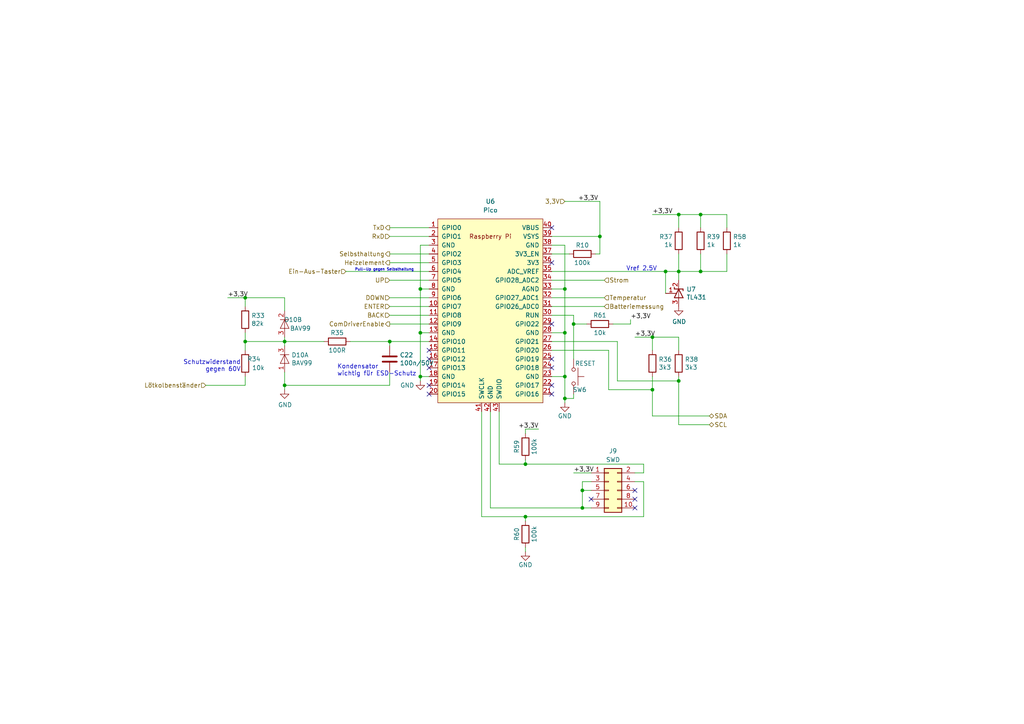
<source format=kicad_sch>
(kicad_sch (version 20211123) (generator eeschema)
  (paper "A4")
  (title_block (title "HTL Lötregler Mini") (date "2023-02-15") (rev "22.0.0-dev") (company "HTL Steyr") (comment 1 "Prof. Karl Zeilhofer et al."))
  (lib_symbols
    (symbol "Connector_Generic:Conn_02x05_Odd_Even" (pin_names (offset 1.016) hide)
      (property "Reference" "J" (at 1.27 7.62 0))
      (property "Value" "Conn_02x05_Odd_Even" (at 1.27 -7.62 0))
      (symbol "Conn_02x05_Odd_Even_1_1"
        (rectangle (start -1.27 -4.953) (end 0 -5.207) (stroke (width 0.1524)))
        (rectangle (start -1.27 -2.413) (end 0 -2.667) (stroke (width 0.1524)))
        (rectangle (start -1.27 0.127) (end 0 -0.127) (stroke (width 0.1524)))
        (rectangle (start -1.27 2.667) (end 0 2.413) (stroke (width 0.1524)))
        (rectangle (start -1.27 5.207) (end 0 4.953) (stroke (width 0.1524)))
        (rectangle (start -1.27 6.35) (end 3.81 -6.35) (stroke (width 0.254)) (fill (type background)))
        (rectangle (start 3.81 -4.953) (end 2.54 -5.207) (stroke (width 0.1524)))
        (rectangle (start 3.81 -2.413) (end 2.54 -2.667) (stroke (width 0.1524)))
        (rectangle (start 3.81 0.127) (end 2.54 -0.127) (stroke (width 0.1524)))
        (rectangle (start 3.81 2.667) (end 2.54 2.413) (stroke (width 0.1524)))
        (rectangle (start 3.81 5.207) (end 2.54 4.953) (stroke (width 0.1524)))
        (pin passive line (at -5.08 5.08 0) (length 3.81) (name "Pin_1") (number "1"))
        (pin passive line (at 7.62 -5.08 180) (length 3.81) (name "Pin_10") (number "10"))
        (pin passive line (at 7.62 5.08 180) (length 3.81) (name "Pin_2") (number "2"))
        (pin passive line (at -5.08 2.54 0) (length 3.81) (name "Pin_3") (number "3"))
        (pin passive line (at 7.62 2.54 180) (length 3.81) (name "Pin_4") (number "4"))
        (pin passive line (at -5.08 0 0) (length 3.81) (name "Pin_5") (number "5"))
        (pin passive line (at 7.62 0 180) (length 3.81) (name "Pin_6") (number "6"))
        (pin passive line (at -5.08 -2.54 0) (length 3.81) (name "Pin_7") (number "7"))
        (pin passive line (at 7.62 -2.54 180) (length 3.81) (name "Pin_8") (number "8"))
        (pin passive line (at -5.08 -5.08 0) (length 3.81) (name "Pin_9") (number "9"))
      )
    )
    (symbol "Device:C" (pin_numbers hide) (pin_names (offset 0.254))
      (property "Reference" "C" (at 0.635 2.54 0))
      (property "Value" "C" (at 0.635 -2.54 0))
      (symbol "C_0_1"
        (polyline (pts (xy -2.032 -0.762) (xy 2.032 -0.762)) (stroke (width 0.508)))
        (polyline (pts (xy -2.032 0.762) (xy 2.032 0.762)) (stroke (width 0.508)))
      )
      (symbol "C_1_1"
        (pin passive line (at 0 3.81 270) (length 2.794) (name "~") (number "1"))
        (pin passive line (at 0 -3.81 90) (length 2.794) (name "~") (number "2"))
      )
    )
    (symbol "Device:R" (pin_numbers hide) (pin_names (offset 0))
      (property "Reference" "R" (at 2.032 0 90))
      (property "Value" "R" (at 0 0 90))
      (symbol "R_0_1"
        (rectangle (start -1.016 -2.54) (end 1.016 2.54) (stroke (width 0.254)))
      )
      (symbol "R_1_1"
        (pin passive line (at 0 3.81 270) (length 1.27) (name "~") (number "1"))
        (pin passive line (at 0 -3.81 90) (length 1.27) (name "~") (number "2"))
      )
    )
    (symbol "RPi_Pico:Pico" (pin_names (offset 1.016))
      (property "Reference" "U" (at -13.97 27.94 0))
      (property "Value" "Pico" (at 0 19.05 0))
      (symbol "Pico_0_0"
        (text "Raspberry Pi" (at 0 21.59 0) (effects (font (size 1.27 1.27))))
      )
      (symbol "Pico_0_1"
        (rectangle (start -15.24 26.67) (end 15.24 -26.67) (fill (type background)))
      )
      (symbol "Pico_1_1"
        (pin bidirectional line (at -17.78 24.13 0) (length 2.54) (name "GPIO0") (number "1"))
        (pin bidirectional line (at -17.78 1.27 0) (length 2.54) (name "GPIO7") (number "10"))
        (pin bidirectional line (at -17.78 -1.27 0) (length 2.54) (name "GPIO8") (number "11"))
        (pin bidirectional line (at -17.78 -3.81 0) (length 2.54) (name "GPIO9") (number "12"))
        (pin power_in line (at -17.78 -6.35 0) (length 2.54) (name "GND") (number "13"))
        (pin bidirectional line (at -17.78 -8.89 0) (length 2.54) (name "GPIO10") (number "14"))
        (pin bidirectional line (at -17.78 -11.43 0) (length 2.54) (name "GPIO11") (number "15"))
        (pin bidirectional line (at -17.78 -13.97 0) (length 2.54) (name "GPIO12") (number "16"))
        (pin bidirectional line (at -17.78 -16.51 0) (length 2.54) (name "GPIO13") (number "17"))
        (pin power_in line (at -17.78 -19.05 0) (length 2.54) (name "GND") (number "18"))
        (pin bidirectional line (at -17.78 -21.59 0) (length 2.54) (name "GPIO14") (number "19"))
        (pin bidirectional line (at -17.78 21.59 0) (length 2.54) (name "GPIO1") (number "2"))
        (pin bidirectional line (at -17.78 -24.13 0) (length 2.54) (name "GPIO15") (number "20"))
        (pin bidirectional line (at 17.78 -24.13 180) (length 2.54) (name "GPIO16") (number "21"))
        (pin bidirectional line (at 17.78 -21.59 180) (length 2.54) (name "GPIO17") (number "22"))
        (pin power_in line (at 17.78 -19.05 180) (length 2.54) (name "GND") (number "23"))
        (pin bidirectional line (at 17.78 -16.51 180) (length 2.54) (name "GPIO18") (number "24"))
        (pin bidirectional line (at 17.78 -13.97 180) (length 2.54) (name "GPIO19") (number "25"))
        (pin bidirectional line (at 17.78 -11.43 180) (length 2.54) (name "GPIO20") (number "26"))
        (pin bidirectional line (at 17.78 -8.89 180) (length 2.54) (name "GPIO21") (number "27"))
        (pin power_in line (at 17.78 -6.35 180) (length 2.54) (name "GND") (number "28"))
        (pin bidirectional line (at 17.78 -3.81 180) (length 2.54) (name "GPIO22") (number "29"))
        (pin power_in line (at -17.78 19.05 0) (length 2.54) (name "GND") (number "3"))
        (pin input line (at 17.78 -1.27 180) (length 2.54) (name "RUN") (number "30"))
        (pin bidirectional line (at 17.78 1.27 180) (length 2.54) (name "GPIO26_ADC0") (number "31"))
        (pin bidirectional line (at 17.78 3.81 180) (length 2.54) (name "GPIO27_ADC1") (number "32"))
        (pin power_in line (at 17.78 6.35 180) (length 2.54) (name "AGND") (number "33"))
        (pin bidirectional line (at 17.78 8.89 180) (length 2.54) (name "GPIO28_ADC2") (number "34"))
        (pin unspecified line (at 17.78 11.43 180) (length 2.54) (name "ADC_VREF") (number "35"))
        (pin unspecified line (at 17.78 13.97 180) (length 2.54) (name "3V3") (number "36"))
        (pin input line (at 17.78 16.51 180) (length 2.54) (name "3V3_EN") (number "37"))
        (pin bidirectional line (at 17.78 19.05 180) (length 2.54) (name "GND") (number "38"))
        (pin unspecified line (at 17.78 21.59 180) (length 2.54) (name "VSYS") (number "39"))
        (pin bidirectional line (at -17.78 16.51 0) (length 2.54) (name "GPIO2") (number "4"))
        (pin unspecified line (at 17.78 24.13 180) (length 2.54) (name "VBUS") (number "40"))
        (pin input line (at -2.54 -29.21 90) (length 2.54) (name "SWCLK") (number "41"))
        (pin power_in line (at 0 -29.21 90) (length 2.54) (name "GND") (number "42"))
        (pin bidirectional line (at 2.54 -29.21 90) (length 2.54) (name "SWDIO") (number "43"))
        (pin bidirectional line (at -17.78 13.97 0) (length 2.54) (name "GPIO3") (number "5"))
        (pin bidirectional line (at -17.78 11.43 0) (length 2.54) (name "GPIO4") (number "6"))
        (pin bidirectional line (at -17.78 8.89 0) (length 2.54) (name "GPIO5") (number "7"))
        (pin power_in line (at -17.78 6.35 0) (length 2.54) (name "GND") (number "8"))
        (pin bidirectional line (at -17.78 3.81 0) (length 2.54) (name "GPIO6") (number "9"))
      )
    )
    (symbol "Switch:SW_Push" (pin_numbers hide) (pin_names (offset 1.016) hide)
      (property "Reference" "SW" (at 1.27 2.54 0))
      (property "Value" "SW_Push" (at 0 -1.524 0))
      (symbol "SW_Push_0_1"
        (circle (center -2.032 0) (radius 0.508))
        (polyline (pts (xy 0 1.27) (xy 0 3.048)))
        (polyline (pts (xy 2.54 1.27) (xy -2.54 1.27)))
        (circle (center 2.032 0) (radius 0.508))
        (pin passive line (at -5.08 0 0) (length 2.54) (name "1") (number "1"))
        (pin passive line (at 5.08 0 180) (length 2.54) (name "2") (number "2"))
      )
    )
    (symbol "htl_ics:TL431" (pin_names hide)
      (property "Reference" "U" (at -2.54 2.54 0))
      (property "Value" "TL431" (at 0 -2.54 0))
      (symbol "TL431_0_1"
        (polyline (pts (xy -1.27 1.778) (xy -1.27 1.27)) (stroke (width 0.254)))
        (polyline (pts (xy 1.27 1.27) (xy 1.27 0.762)) (stroke (width 0.254)))
      )
      (symbol "TL431_1_1"
        (polyline (pts (xy 0 -1.27) (xy 0 1.27)))
        (polyline (pts (xy 1.27 1.27) (xy -1.27 1.27)) (stroke (width 0.254)))
        (polyline (pts (xy 1.27 -1.27) (xy -1.27 -1.27) (xy 0 1.27) (xy 1.27 -1.27)) (stroke (width 0.254)))
        (pin input line (at -3.81 0 0) (length 3.048) (name "REF") (number "1"))
        (pin passive line (at 0 3.81 270) (length 2.54) (name "K") (number "2"))
        (pin passive line (at 0 -3.81 90) (length 2.54) (name "A") (number "3"))
      )
    )
    (symbol "jbc-miniregler-rescue:BAV99-Diode" (pin_names (offset 1.016) hide)
      (property "Reference" "D" (at 0 2.54 0))
      (property "Value" "BAV99-Diode" (at 0 -2.54 0))
      (symbol "BAV99-Diode_0_1"
        (polyline (pts (xy -1.27 1.27) (xy -1.27 -1.27)) (stroke (width 0.1524)))
        (polyline (pts (xy 1.27 0) (xy -1.27 0)))
        (polyline (pts (xy 1.27 1.27) (xy 1.27 -1.27)))
        (polyline (pts (xy 1.27 1.27) (xy -1.27 0) (xy 1.27 -1.27)))
      )
      (symbol "BAV99-Diode_1_1"
        (pin passive line (at 3.81 0 180) (length 2.54) (name "A") (number "1"))
        (pin passive line (at -3.81 0 0) (length 2.54) (name "K") (number "3"))
      )
      (symbol "BAV99-Diode_2_1"
        (pin passive line (at -3.81 0 0) (length 2.54) (name "K") (number "2"))
        (pin passive line (at 3.81 0 180) (length 2.54) (name "A") (number "3"))
      )
    )
    (symbol "power:GND" (power) (pin_names (offset 0))
      (property "Value" "GND" (at 0 -3.81 0))
      (symbol "GND_0_1"
        (polyline (pts (xy 0 0) (xy 0 -1.27) (xy 1.27 -1.27) (xy 0 -2.54) (xy -1.27 -1.27) (xy 0 -1.27)))
      )
      (symbol "GND_1_1"
        (pin power_in line (at 0 0 270) (length 0) hide (name "GND") (number "1"))
      )
    )
  )
  (junction (at 193.04 78.74))
  (junction (at 196.85 62.23))
  (junction (at 82.55 99.06))
  (junction (at 173.99 68.58))
  (junction (at 71.12 99.06))
  (junction (at 163.83 96.52))
  (junction (at 196.85 78.74))
  (junction (at 168.91 147.32))
  (junction (at 203.2 78.74))
  (junction (at 168.91 142.24))
  (junction (at 189.23 113.03))
  (junction (at 163.83 83.82))
  (junction (at 121.92 83.82))
  (junction (at 189.23 97.79))
  (junction (at 121.92 96.52))
  (junction (at 196.85 110.49))
  (junction (at 121.92 109.22))
  (junction (at 163.83 115.57))
  (junction (at 152.4 149.86))
  (junction (at 203.2 62.23))
  (junction (at 166.37 93.98))
  (junction (at 71.12 86.36))
  (junction (at 152.4 134.62))
  (junction (at 82.55 111.76))
  (junction (at 113.03 99.06))
  (junction (at 163.83 109.22))
  (no_connect (at 184.15 147.32))
  (no_connect (at 171.45 144.78))
  (no_connect (at 184.15 142.24))
  (no_connect (at 184.15 144.78))
  (no_connect (at 160.02 114.3))
  (no_connect (at 160.02 111.76))
  (no_connect (at 160.02 106.68))
  (no_connect (at 160.02 104.14))
  (no_connect (at 160.02 93.98))
  (no_connect (at 160.02 76.2))
  (no_connect (at 160.02 66.04))
  (no_connect (at 124.46 101.6))
  (no_connect (at 124.46 106.68))
  (no_connect (at 124.46 104.14))
  (no_connect (at 124.46 111.76))
  (no_connect (at 124.46 114.3))
  (wire (pts (xy 168.91 147.32) (xy 171.45 147.32)))
  (wire (pts (xy 171.45 142.24) (xy 168.91 142.24)))
  (wire (pts (xy 196.85 110.49) (xy 179.07 110.49)))
  (wire (pts (xy 196.85 109.22) (xy 196.85 110.49)))
  (wire (pts (xy 189.23 62.23) (xy 196.85 62.23)))
  (wire (pts (xy 210.82 78.74) (xy 203.2 78.74)))
  (wire (pts (xy 173.99 73.66) (xy 172.72 73.66)))
  (wire (pts (xy 163.83 109.22) (xy 160.02 109.22)))
  (wire (pts (xy 196.85 62.23) (xy 196.85 66.04)))
  (wire (pts (xy 82.55 99.06) (xy 82.55 100.33)))
  (wire (pts (xy 205.74 120.65) (xy 189.23 120.65)))
  (wire (pts (xy 113.03 73.66) (xy 124.46 73.66)))
  (wire (pts (xy 71.12 99.06) (xy 82.55 99.06)))
  (wire (pts (xy 196.85 78.74) (xy 196.85 73.66)))
  (wire (pts (xy 152.4 149.86) (xy 152.4 151.13)))
  (wire (pts (xy 186.69 134.62) (xy 186.69 137.16)))
  (wire (pts (xy 152.4 133.35) (xy 152.4 134.62)))
  (wire (pts (xy 196.85 97.79) (xy 196.85 101.6)))
  (wire (pts (xy 160.02 73.66) (xy 165.1 73.66)))
  (wire (pts (xy 113.03 93.98) (xy 124.46 93.98)))
  (wire (pts (xy 82.55 99.06) (xy 93.98 99.06)))
  (wire (pts (xy 82.55 107.95) (xy 82.55 111.76)))
  (wire (pts (xy 121.92 83.82) (xy 121.92 96.52)))
  (wire (pts (xy 71.12 96.52) (xy 71.12 99.06)))
  (wire (pts (xy 71.12 86.36) (xy 82.55 86.36)))
  (wire (pts (xy 196.85 62.23) (xy 203.2 62.23)))
  (wire (pts (xy 182.88 92.71) (xy 182.88 93.98)))
  (wire (pts (xy 186.69 137.16) (xy 184.15 137.16)))
  (wire (pts (xy 152.4 158.75) (xy 152.4 160.02)))
  (wire (pts (xy 173.99 68.58) (xy 173.99 58.42)))
  (wire (pts (xy 163.83 83.82) (xy 163.83 96.52)))
  (wire (pts (xy 177.8 93.98) (xy 182.88 93.98)))
  (wire (pts (xy 82.55 111.76) (xy 82.55 113.03)))
  (wire (pts (xy 210.82 62.23) (xy 203.2 62.23)))
  (wire (pts (xy 82.55 97.79) (xy 82.55 99.06)))
  (wire (pts (xy 139.7 149.86) (xy 152.4 149.86)))
  (wire (pts (xy 166.37 137.16) (xy 171.45 137.16)))
  (wire (pts (xy 166.37 93.98) (xy 166.37 104.14)))
  (wire (pts (xy 113.03 107.95) (xy 113.03 111.76)))
  (wire (pts (xy 166.37 91.44) (xy 166.37 93.98)))
  (wire (pts (xy 189.23 101.6) (xy 189.23 97.79)))
  (wire (pts (xy 59.69 111.76) (xy 71.12 111.76)))
  (wire (pts (xy 193.04 78.74) (xy 193.04 85.09)))
  (wire (pts (xy 205.74 123.19) (xy 196.85 123.19)))
  (wire (pts (xy 113.03 81.28) (xy 124.46 81.28)))
  (wire (pts (xy 121.92 96.52) (xy 124.46 96.52)))
  (wire (pts (xy 152.4 149.86) (xy 186.69 149.86)))
  (wire (pts (xy 71.12 109.22) (xy 71.12 111.76)))
  (wire (pts (xy 210.82 66.04) (xy 210.82 62.23)))
  (wire (pts (xy 163.83 116.84) (xy 163.83 115.57)))
  (wire (pts (xy 189.23 113.03) (xy 176.53 113.03)))
  (wire (pts (xy 160.02 101.6) (xy 176.53 101.6)))
  (wire (pts (xy 160.02 88.9) (xy 175.26 88.9)))
  (wire (pts (xy 171.45 139.7) (xy 168.91 139.7)))
  (wire (pts (xy 168.91 139.7) (xy 168.91 142.24)))
  (wire (pts (xy 189.23 113.03) (xy 189.23 120.65)))
  (wire (pts (xy 166.37 115.57) (xy 163.83 115.57)))
  (wire (pts (xy 113.03 68.58) (xy 124.46 68.58)))
  (wire (pts (xy 160.02 96.52) (xy 163.83 96.52)))
  (wire (pts (xy 175.26 86.36) (xy 160.02 86.36)))
  (wire (pts (xy 186.69 139.7) (xy 184.15 139.7)))
  (wire (pts (xy 113.03 76.2) (xy 124.46 76.2)))
  (wire (pts (xy 152.4 124.46) (xy 152.4 125.73)))
  (wire (pts (xy 166.37 93.98) (xy 170.18 93.98)))
  (wire (pts (xy 176.53 113.03) (xy 176.53 101.6)))
  (wire (pts (xy 113.03 66.04) (xy 124.46 66.04)))
  (wire (pts (xy 139.7 119.38) (xy 139.7 149.86)))
  (wire (pts (xy 160.02 71.12) (xy 163.83 71.12)))
  (wire (pts (xy 163.83 96.52) (xy 163.83 109.22)))
  (wire (pts (xy 113.03 88.9) (xy 124.46 88.9)))
  (wire (pts (xy 163.83 58.42) (xy 173.99 58.42)))
  (wire (pts (xy 186.69 149.86) (xy 186.69 139.7)))
  (wire (pts (xy 152.4 134.62) (xy 186.69 134.62)))
  (wire (pts (xy 113.03 99.06) (xy 113.03 100.33)))
  (wire (pts (xy 163.83 71.12) (xy 163.83 83.82)))
  (wire (pts (xy 166.37 114.3) (xy 166.37 115.57)))
  (wire (pts (xy 184.15 97.79) (xy 189.23 97.79)))
  (wire (pts (xy 144.78 134.62) (xy 152.4 134.62)))
  (wire (pts (xy 179.07 110.49) (xy 179.07 99.06)))
  (wire (pts (xy 196.85 78.74) (xy 203.2 78.74)))
  (wire (pts (xy 203.2 78.74) (xy 203.2 73.66)))
  (wire (pts (xy 101.6 99.06) (xy 113.03 99.06)))
  (wire (pts (xy 173.99 73.66) (xy 173.99 68.58)))
  (wire (pts (xy 196.85 78.74) (xy 196.85 81.28)))
  (wire (pts (xy 124.46 71.12) (xy 121.92 71.12)))
  (wire (pts (xy 160.02 68.58) (xy 173.99 68.58)))
  (wire (pts (xy 113.03 99.06) (xy 124.46 99.06)))
  (wire (pts (xy 100.33 78.74) (xy 124.46 78.74)))
  (wire (pts (xy 193.04 78.74) (xy 196.85 78.74)))
  (wire (pts (xy 113.03 91.44) (xy 124.46 91.44)))
  (wire (pts (xy 121.92 110.49) (xy 121.92 109.22)))
  (wire (pts (xy 160.02 99.06) (xy 179.07 99.06)))
  (wire (pts (xy 121.92 96.52) (xy 121.92 109.22)))
  (wire (pts (xy 142.24 147.32) (xy 168.91 147.32)))
  (wire (pts (xy 189.23 109.22) (xy 189.23 113.03)))
  (wire (pts (xy 160.02 78.74) (xy 193.04 78.74)))
  (wire (pts (xy 71.12 86.36) (xy 71.12 88.9)))
  (wire (pts (xy 189.23 97.79) (xy 196.85 97.79)))
  (wire (pts (xy 82.55 90.17) (xy 82.55 86.36)))
  (wire (pts (xy 196.85 110.49) (xy 196.85 123.19)))
  (wire (pts (xy 152.4 124.46) (xy 156.21 124.46)))
  (wire (pts (xy 71.12 99.06) (xy 71.12 101.6)))
  (wire (pts (xy 160.02 83.82) (xy 163.83 83.82)))
  (wire (pts (xy 203.2 62.23) (xy 203.2 66.04)))
  (wire (pts (xy 168.91 142.24) (xy 168.91 147.32)))
  (wire (pts (xy 163.83 115.57) (xy 163.83 109.22)))
  (wire (pts (xy 124.46 83.82) (xy 121.92 83.82)))
  (wire (pts (xy 66.04 86.36) (xy 71.12 86.36)))
  (wire (pts (xy 121.92 71.12) (xy 121.92 83.82)))
  (wire (pts (xy 210.82 73.66) (xy 210.82 78.74)))
  (wire (pts (xy 144.78 119.38) (xy 144.78 134.62)))
  (wire (pts (xy 121.92 109.22) (xy 124.46 109.22)))
  (wire (pts (xy 175.26 81.28) (xy 160.02 81.28)))
  (wire (pts (xy 142.24 119.38) (xy 142.24 147.32)))
  (wire (pts (xy 82.55 111.76) (xy 113.03 111.76)))
  (wire (pts (xy 113.03 86.36) (xy 124.46 86.36)))
  (wire (pts (xy 160.02 91.44) (xy 166.37 91.44)))
  (text "Vref 2.5V" (at 181.61 78.74 0) (effects (font (size 1.27 1.27)) (justify left bottom)))
  (text "Pull-Up gegen Selbsthaltung" (at 102.87 78.74 0) (effects (font (size 0.762 0.762)) (justify left bottom)))
  (text "Kondensator \nwichtig für ESD-Schutz" (at 97.79 109.22 0) (effects (font (size 1.27 1.27)) (justify left bottom)))
  (text "Schutzwiderstand\ngegen 60V" (at 69.85 107.95 180) (effects (font (size 1.27 1.27)) (justify right bottom)))
  (label "+3,3V" (at 167.64 58.42 0))
  (label "+3,3V" (at 189.23 62.23 0))
  (label "+3,3V" (at 66.04 86.36 0))
  (label "+3,3V" (at 184.15 97.79 0))
  (label "+3,3V" (at 156.21 124.46 180))
  (label "+3,3V" (at 166.37 137.16 0))
  (label "+3,3V" (at 182.88 92.71 0))
  (hierarchical_label "Strom" (shape input) (at 175.26 81.28 0))
  (hierarchical_label "SDA" (shape bidirectional) (at 205.74 120.65 0))
  (hierarchical_label "Temperatur" (shape input) (at 175.26 86.36 0))
  (hierarchical_label "TxD" (shape output) (at 113.03 66.04 180))
  (hierarchical_label "BACK" (shape input) (at 113.03 91.44 180))
  (hierarchical_label "ComDriverEnable" (shape output) (at 113.03 93.98 180))
  (hierarchical_label "Lötkolbenständer" (shape input) (at 59.69 111.76 180))
  (hierarchical_label "ENTER" (shape input) (at 113.03 88.9 180))
  (hierarchical_label "RxD" (shape input) (at 113.03 68.58 180))
  (hierarchical_label "Selbsthaltung" (shape output) (at 113.03 73.66 180))
  (hierarchical_label "UP" (shape input) (at 113.03 81.28 180))
  (hierarchical_label "Batteriemessung" (shape input) (at 175.26 88.9 0))
  (hierarchical_label "Heizelement" (shape output) (at 113.03 76.2 180))
  (hierarchical_label "3,3V" (shape input) (at 163.83 58.42 180))
  (hierarchical_label "DOWN" (shape input) (at 113.03 86.36 180))
  (hierarchical_label "SCL" (shape bidirectional) (at 205.74 123.19 0))
  (hierarchical_label "Ein-Aus-Taster" (shape input) (at 100.33 78.74 180))
  (symbol (lib_id "Device:R") (at 71.12 105.41 180) (unit 1)
    (property "Reference" "R34" (at 73.66 104.14 0))
    (property "Value" "10k" (at 74.93 106.68 0))
    (property "Footprint" "Resistor_SMD:R_1206_3216Metric" (effects hide))
    (property "Datasheet" "https://datasheet.lcsc.com/lcsc/1810301936_FH--Guangdong-Fenghua-Advanced-Tech-RS-06K103JT_C118075.pdf" (effects hide))
    (property "PriceEUR" "0.01" (effects hide))
    (property "DistOrderNr" "C118075" (effects hide))
    (property "Distributor" "LCSC" (effects hide))
    (property "Notes" "10kΩ ±5% 0.25W ±100ppm/℃ 3216 Chip Resistor" (effects hide))
    (property "ManPartNr" "RS-06K103JT" (effects hide))
    (property "Manufacturer" "FH (Guangdong Fenghua Advanced Tech)" (effects hide))
  )
  (symbol (lib_id "Device:R") (at 71.12 92.71 0) (unit 1)
    (property "Reference" "R33" (at 72.898 91.5416 0) (effects (justify left)))
    (property "Value" "82k" (at 72.898 93.853 0) (effects (justify left)))
    (property "Footprint" "Resistor_SMD:R_1206_3216Metric" (effects hide))
    (property "Datasheet" "https://datasheet.lcsc.com/lcsc/1810311325_FH--Guangdong-Fenghua-Advanced-Tech-RS-06K8202FT_C310365.pdf" (effects hide))
    (property "PriceEUR" "0.01" (effects hide))
    (property "DistOrderNr" "C310365" (effects hide))
    (property "Distributor" "LCSC" (effects hide))
    (property "Notes" "250mW 200V ±1% ±100ppm/℃ -55℃~+155℃ 82kΩ 1206 Chip Resistor" (effects hide))
    (property "ManPartNr" "RS-06K8202FT" (effects hide))
    (property "Manufacturer" "FH (Guangdong Fenghua Advanced Tech)" (effects hide))
  )
  (symbol (lib_id "jbc-miniregler-rescue:BAV99-Diode") (at 82.55 104.14 270) (unit 1)
    (property "Reference" "D10" (at 84.5312 102.9716 90) (effects (justify left)))
    (property "Value" "BAV99" (at 84.5312 105.283 90) (effects (justify left)))
    (property "Footprint" "Package_TO_SOT_SMD:SOT-23" (effects hide))
    (property "Datasheet" "https://assets.nexperia.com/documents/data-sheet/BAV99_SER.pdf" (effects hide))
    (property "DistOrderNr" "C2886576" (effects hide))
    (property "Distributor" "LCSC" (effects hide))
    (property "ManPartNr" "BAV99" (effects hide))
    (property "Manufacturer" "Guangdong Hottech" (effects hide))
    (property "Notes" "70V 200mA 1.25V @ 150mA 6ns SOT-23 Switching Diode" (effects hide))
    (property "PriceEUR" "0.0073" (effects hide))
    (property "PriceForQty" "500" (effects hide))
  )
  (symbol (lib_id "jbc-miniregler-rescue:BAV99-Diode") (at 82.55 93.98 270) (unit 2)
    (property "Reference" "D10" (at 87.63 92.71 90) (effects (justify right)))
    (property "Value" "BAV99" (at 90.17 95.25 90) (effects (justify right)))
    (property "Footprint" "Package_TO_SOT_SMD:SOT-23" (effects hide))
    (property "Datasheet" "https://assets.nexperia.com/documents/data-sheet/BAV99_SER.pdf" (effects hide))
    (property "DistOrderNr" "C2886576" (effects hide))
    (property "Distributor" "LCSC" (effects hide))
    (property "ManPartNr" "BAV99" (effects hide))
    (property "Manufacturer" "Guangdong Hottech" (effects hide))
    (property "Notes" "70V 200mA 1.25V @ 150mA 6ns SOT-23 Switching Diode" (effects hide))
    (property "PriceEUR" "0.0073" (effects hide))
    (property "PriceForQty" "500" (effects hide))
  )
  (symbol (lib_id "power:GND") (at 82.55 113.03 0) (unit 1)
    (property "Reference" "#PWR030" (effects hide))
    (property "Value" "GND" (at 82.677 117.4242 0))
  )
  (symbol (lib_id "Device:C") (at 113.03 104.14 0) (unit 1)
    (property "Reference" "C22" (at 115.951 102.9716 0) (effects (justify left)))
    (property "Value" "100n/50V" (at 115.951 105.283 0) (effects (justify left)))
    (property "Footprint" "Capacitor_SMD:C_1206_3216Metric" (effects hide))
    (property "Datasheet" "https://datasheet.lcsc.com/szlcsc/1811151136_Walsin-Tech-Corp-0603B104K160CT_C80516.pdf" (effects hide))
    (property "DistOrderNr" "C464972" (effects hide))
    (property "Distributor" "LCSC" (effects hide))
    (property "ManPartNr" "FN31X104K500PXG" (effects hide))
    (property "Manufacturer" "PSA(Prosperity Dielectrics)" (effects hide))
    (property "Notes" "100nF ±10% 50V X7R Multilayer Ceramic Capacitors MLCC" (effects hide))
    (property "PriceEUR" "0.0093" (effects hide))
    (property "PriceForQty" "500" (effects hide))
  )
  (symbol (lib_id "htl_ics:TL431") (at 196.85 85.09 0) (unit 1)
    (property "Reference" "U7" (at 199.0852 83.9216 0) (effects (justify left)))
    (property "Value" "TL431" (at 199.0852 86.233 0) (effects (justify left)))
    (property "Footprint" "Package_TO_SOT_SMD:SOT-23" (effects hide))
    (property "Datasheet" "https://datasheet.lcsc.com/lcsc/1809211429_Guangdong-Hottech-TL431_C181103.pdf" (effects hide))
    (property "Distributor" "LCSC" (effects hide))
    (property "DistOrderNr" "C181103" (effects hide))
    (property "PriceEUR" "0.021" (effects hide))
    (property "PriceForQty" "200" (effects hide))
    (property "Notes" "2.5V~36V 0℃~+70℃@(TA) 1mA 100mA" (effects hide))
    (property "ManPartNr" "TL431" (effects hide))
    (property "Manufacturer" "Guangdong Hottech" (effects hide))
  )
  (symbol (lib_id "power:GND") (at 196.85 88.9 0) (unit 1)
    (property "Reference" "#PWR032" (effects hide))
    (property "Value" "GND" (at 196.977 93.2942 0))
  )
  (symbol (lib_id "Device:R") (at 196.85 69.85 0) (unit 1)
    (property "Reference" "R37" (at 195.0974 68.6816 0) (effects (justify right)))
    (property "Value" "1k" (at 195.0974 70.993 0) (effects (justify right)))
    (property "Footprint" "Resistor_SMD:R_1206_3216Metric" (effects hide))
    (property "Datasheet" "https://datasheet.lcsc.com/lcsc/1811081842_RALEC-RTT06102JTP_C104601.pdf" (effects hide))
    (property "PriceEUR" "0.0042" (effects hide))
    (property "DistOrderNr" "C104601" (effects hide))
    (property "Distributor" "LCSC" (effects hide))
    (property "ManPartNr" "RTT03101JTP" (effects hide))
    (property "Manufacturer" "Ralec" (effects hide))
    (property "Notes" "1kΩ ±5% 0.25W ±100ppm/℃ 1206 Chip Resistor" (effects hide))
    (property "PriceForQty" "50" (effects hide))
  )
  (symbol (lib_id "Device:R") (at 203.2 69.85 0) (unit 1)
    (property "Reference" "R39" (at 204.978 68.6816 0) (effects (justify left)))
    (property "Value" "1k" (at 204.978 70.993 0) (effects (justify left)))
    (property "Footprint" "Resistor_SMD:R_1206_3216Metric" (effects hide))
    (property "Datasheet" "https://datasheet.lcsc.com/lcsc/1811081842_RALEC-RTT06102JTP_C104601.pdf" (effects hide))
    (property "PriceEUR" "0.0042" (effects hide))
    (property "DistOrderNr" "C104601" (effects hide))
    (property "Distributor" "LCSC" (effects hide))
    (property "ManPartNr" "RTT03101JTP" (effects hide))
    (property "Manufacturer" "Ralec" (effects hide))
    (property "Notes" "1kΩ ±5% 0.25W ±100ppm/℃ 1206 Chip Resistor" (effects hide))
    (property "PriceForQty" "50" (effects hide))
  )
  (symbol (lib_id "Device:R") (at 196.85 105.41 0) (unit 1)
    (property "Reference" "R38" (at 198.628 104.2416 0) (effects (justify left)))
    (property "Value" "3k3" (at 198.628 106.553 0) (effects (justify left)))
    (property "Footprint" "Resistor_SMD:R_1206_3216Metric" (effects hide))
    (property "Datasheet" "https://datasheet.lcsc.com/lcsc/1810241114_YAGEO-AC1206FR-073K3L_C229599.pdf" (effects hide))
    (property "PriceEUR" "0.01" (effects hide))
    (property "DistOrderNr" "C229599" (effects hide))
    (property "Distributor" "LCSC" (effects hide))
    (property "ManPartNr" "AC1206FR-073K3L" (effects hide))
    (property "Manufacturer" "YAGEO" (effects hide))
    (property "Notes" "250mW Thick Film Resistors 200V ±100ppm/℃ ±1%" (effects hide))
  )
  (symbol (lib_id "Device:R") (at 97.79 99.06 90) (unit 1)
    (property "Reference" "R35" (at 97.79 96.52 90))
    (property "Value" "100R" (at 97.79 101.6 90))
    (property "Footprint" "Resistor_SMD:R_1206_3216Metric" (effects hide))
    (property "Datasheet" "https://datasheet.lcsc.com/lcsc/1811141436_Ever-Ohms-Tech-CR1206F100RP05Z_C245445.pdf" (effects hide))
    (property "PriceEUR" "0.0030" (effects hide))
    (property "DistOrderNr" "C245445" (effects hide))
    (property "Distributor" "LCSC" (effects hide))
    (property "Notes" "0.25W ±1% ±100ppm/℃ 100Ω 1206" (effects hide))
    (property "ManPartNr" "CR1206F100RP05Z" (effects hide))
    (property "Manufacturer" "Ever Ohms Tech" (effects hide))
    (property "PriceForQty" "500" (effects hide))
  )
  (symbol (lib_id "Device:R") (at 152.4 129.54 180) (unit 1)
    (property "Reference" "R59" (at 149.86 129.54 90))
    (property "Value" "100k" (at 154.94 129.54 90))
    (property "Footprint" "Resistor_SMD:R_1206_3216Metric" (effects hide))
    (property "Datasheet" "https://datasheet.lcsc.com/lcsc/1811101612_TyoHM-RMC1206100K1-N_C269765.pdf" (effects hide))
    (property "DistOrderNr" "C269765" (effects hide))
    (property "Distributor" "LCSC" (effects hide))
    (property "Notes" "250mW ±1% 100kΩ 1206 Chip Resistor" (effects hide))
    (property "PriceEUR" "0.01" (effects hide))
    (property "ManPartNr" "RMC1206100K1%N" (effects hide))
    (property "Manufacturer" "TyoHM" (effects hide))
  )
  (symbol (lib_id "Device:R") (at 168.91 73.66 90) (unit 1)
    (property "Reference" "R10" (at 168.91 71.12 90))
    (property "Value" "100k" (at 168.91 76.2 90))
    (property "Footprint" "Resistor_SMD:R_1206_3216Metric" (effects hide))
    (property "Datasheet" "https://datasheet.lcsc.com/lcsc/1811101612_TyoHM-RMC1206100K1-N_C269765.pdf" (effects hide))
    (property "DistOrderNr" "C269765" (effects hide))
    (property "Distributor" "LCSC" (effects hide))
    (property "Notes" "250mW ±1% 100kΩ 1206 Chip Resistor" (effects hide))
    (property "PriceEUR" "0.01" (effects hide))
    (property "ManPartNr" "RMC1206100K1%N" (effects hide))
    (property "Manufacturer" "TyoHM" (effects hide))
  )
  (symbol (lib_id "power:GND") (at 163.83 116.84 0) (unit 1)
    (property "Reference" "#PWR031" (effects hide))
    (property "Value" "GND" (at 163.83 120.65 0))
  )
  (symbol (lib_id "Device:R") (at 210.82 69.85 0) (unit 1)
    (property "Reference" "R58" (at 212.598 68.6816 0) (effects (justify left)))
    (property "Value" "1k" (at 212.598 70.993 0) (effects (justify left)))
    (property "Footprint" "Resistor_SMD:R_1206_3216Metric" (effects hide))
    (property "Datasheet" "https://datasheet.lcsc.com/lcsc/1811081842_RALEC-RTT06102JTP_C104601.pdf" (effects hide))
    (property "PriceEUR" "0.0042" (effects hide))
    (property "DistOrderNr" "C104601" (effects hide))
    (property "Distributor" "LCSC" (effects hide))
    (property "ManPartNr" "RTT03101JTP" (effects hide))
    (property "Manufacturer" "Ralec" (effects hide))
    (property "Notes" "1kΩ ±5% 0.25W ±100ppm/℃ 1206 Chip Resistor" (effects hide))
    (property "PriceForQty" "50" (effects hide))
  )
  (symbol (lib_id "Device:R") (at 173.99 93.98 270) (unit 1)
    (property "Reference" "R61" (at 173.99 91.44 90))
    (property "Value" "10k" (at 173.99 96.52 90))
    (property "Footprint" "Resistor_SMD:R_1206_3216Metric" (effects hide))
    (property "Datasheet" "https://datasheet.lcsc.com/lcsc/1810301936_FH--Guangdong-Fenghua-Advanced-Tech-RS-06K103JT_C118075.pdf" (effects hide))
    (property "PriceEUR" "0.01" (effects hide))
    (property "DistOrderNr" "C118075" (effects hide))
    (property "Distributor" "LCSC" (effects hide))
    (property "Notes" "10kΩ ±5% 0.25W ±100ppm/℃ 3216 Chip Resistor" (effects hide))
    (property "ManPartNr" "RS-06K103JT" (effects hide))
    (property "Manufacturer" "FH (Guangdong Fenghua Advanced Tech)" (effects hide))
  )
  (symbol (lib_id "Device:R") (at 152.4 154.94 180) (unit 1)
    (property "Reference" "R60" (at 149.86 154.94 90))
    (property "Value" "100k" (at 154.94 154.94 90))
    (property "Footprint" "Resistor_SMD:R_1206_3216Metric" (effects hide))
    (property "Datasheet" "https://datasheet.lcsc.com/lcsc/1811101612_TyoHM-RMC1206100K1-N_C269765.pdf" (effects hide))
    (property "DistOrderNr" "C269765" (effects hide))
    (property "Distributor" "LCSC" (effects hide))
    (property "Notes" "250mW ±1% 100kΩ 1206 Chip Resistor" (effects hide))
    (property "PriceEUR" "0.01" (effects hide))
    (property "ManPartNr" "RMC1206100K1%N" (effects hide))
    (property "Manufacturer" "TyoHM" (effects hide))
  )
  (symbol (lib_id "power:GND") (at 121.92 110.49 0) (unit 1)
    (property "Reference" "#PWR02" (effects hide))
    (property "Value" "GND" (at 118.11 111.76 0))
  )
  (symbol (lib_id "Switch:SW_Push") (at 166.37 109.22 270) (unit 1)
    (property "Reference" "SW6" (at 170.18 113.03 90) (effects (justify right)))
    (property "Value" "RESET" (at 172.72 105.41 90) (effects (justify right)))
    (property "Footprint" "htl_smd:SW_Push_5.1mm_H1.5mm" (effects hide))
    (property "Datasheet" "https://datasheet.lcsc.com/lcsc/2002271431_XKB-Connectivity-TS-1187A-B-A-B_C318884.pdf" (effects hide))
    (property "DistOrderNr" "C318884" (effects hide))
    (property "Distributor" "LCSC" (effects hide))
    (property "ManPartNr" "TS-1187A-B-A-B" (effects hide))
    (property "Manufacturer" "XKB Connectivity" (effects hide))
    (property "Notes" "SPST 50mA @ 12VDC Vertical Round Button 160gf SMD Tactile Switches" (effects hide))
    (property "PriceEUR" "0.01" (effects hide))
    (property "PriceForQty" "500" (effects hide))
  )
  (symbol (lib_id "Connector_Generic:Conn_02x05_Odd_Even") (at 176.53 142.24 0) (unit 1)
    (property "Reference" "J9" (at 177.8 130.81 0))
    (property "Value" "SWD" (at 177.8 133.35 0))
    (property "Footprint" "Connector_IDC:IDC-Header_2x05_P2.54mm_Vertical" (effects hide))
    (property "Datasheet" "https://datasheet.lcsc.com/lcsc/1810281612_BOOMELE-Boom-Precision-Elec-C5665_C5665.pdf" (effects hide))
    (property "DistOrderNr" "C5665" (effects hide))
    (property "Distributor" "LCSC" (effects hide))
    (property "Manufacturer" "BOOMELE" (effects hide))
    (property "Notes" "2.54mm Straight 5 Push - Pull 2.54mm 2 Plugin" (effects hide))
    (property "PriceEUR" "0.0799" (effects hide))
    (property "PriceForQty" "10" (effects hide))
    (property "ManPartNr" "C5665" (effects hide))
  )
  (symbol (lib_id "power:GND") (at 152.4 160.02 0) (unit 1)
    (property "Reference" "#PWR0102" (effects hide))
    (property "Value" "GND" (at 152.4 163.83 0))
  )
  (symbol (lib_id "RPi_Pico:Pico") (at 142.24 90.17 0) (unit 1)
    (property "Reference" "U6" (at 142.24 58.42 0))
    (property "Value" "Pico" (at 142.24 60.96 0))
    (property "Footprint" "RPi_Pico:RPi_Pico_SMD" (effects hide))
  )
  (symbol (lib_id "Device:R") (at 189.23 105.41 0) (unit 1)
    (property "Reference" "R36" (at 191.008 104.2416 0) (effects (justify left)))
    (property "Value" "3k3" (at 191.008 106.553 0) (effects (justify left)))
    (property "Footprint" "Resistor_SMD:R_1206_3216Metric" (effects hide))
    (property "Datasheet" "https://datasheet.lcsc.com/lcsc/1810241114_YAGEO-AC1206FR-073K3L_C229599.pdf" (effects hide))
    (property "PriceEUR" "0.01" (effects hide))
    (property "DistOrderNr" "C229599" (effects hide))
    (property "Distributor" "LCSC" (effects hide))
    (property "ManPartNr" "AC1206FR-073K3L" (effects hide))
    (property "Manufacturer" "YAGEO" (effects hide))
    (property "Notes" "250mW Thick Film Resistors 200V ±100ppm/℃ ±1%" (effects hide))
  )
)
</source>
